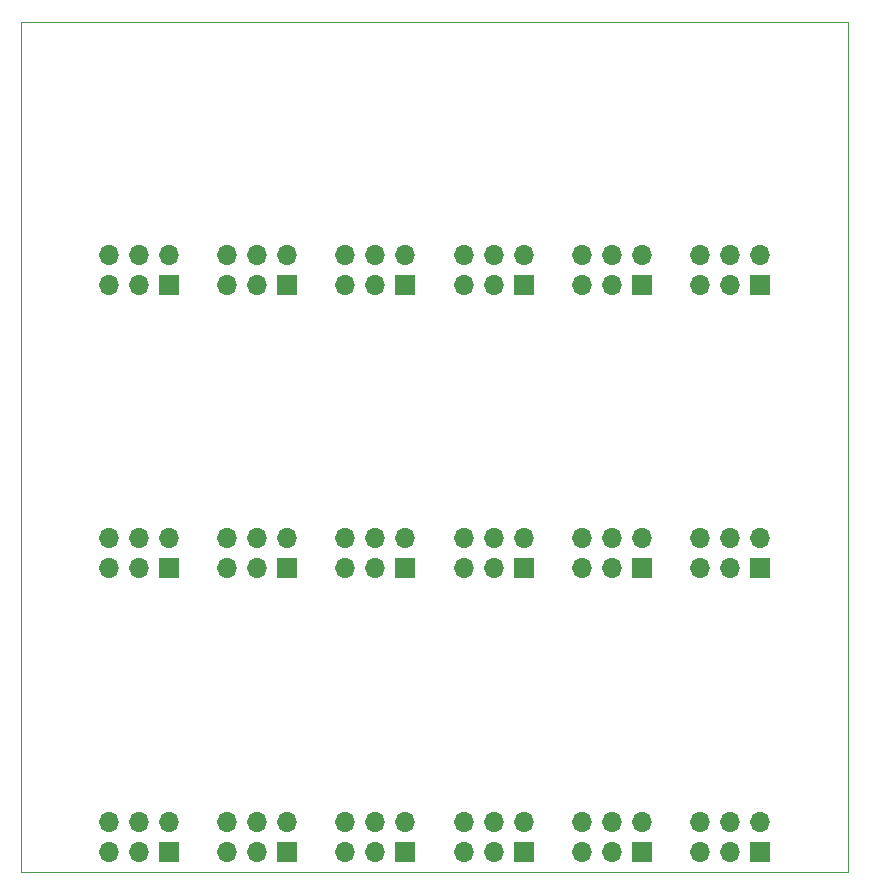
<source format=gbr>
G04 #@! TF.GenerationSoftware,KiCad,Pcbnew,5.1.10-88a1d61d58~90~ubuntu21.04.1*
G04 #@! TF.CreationDate,2021-10-01T11:59:45+02:00*
G04 #@! TF.ProjectId,IndicatorLeds,496e6469-6361-4746-9f72-4c6564732e6b,rev?*
G04 #@! TF.SameCoordinates,Original*
G04 #@! TF.FileFunction,Soldermask,Bot*
G04 #@! TF.FilePolarity,Negative*
%FSLAX46Y46*%
G04 Gerber Fmt 4.6, Leading zero omitted, Abs format (unit mm)*
G04 Created by KiCad (PCBNEW 5.1.10-88a1d61d58~90~ubuntu21.04.1) date 2021-10-01 11:59:45*
%MOMM*%
%LPD*%
G01*
G04 APERTURE LIST*
G04 #@! TA.AperFunction,Profile*
%ADD10C,0.100000*%
G04 #@! TD*
%ADD11R,1.700000X1.700000*%
%ADD12O,1.700000X1.700000*%
G04 APERTURE END LIST*
D10*
X45000000Y-49999000D02*
X110000000Y-49999000D01*
X45000000Y-122001000D02*
X45000000Y-49999000D01*
X115001000Y-122001000D02*
X45000000Y-122001000D01*
X115001000Y-49999000D02*
X115001000Y-122001000D01*
X110000000Y-49999000D02*
X115001000Y-49999000D01*
D11*
G04 #@! TO.C,J1*
X107529026Y-120261011D03*
D12*
X107529026Y-117721011D03*
X104989026Y-120261011D03*
X104989026Y-117721011D03*
X102449026Y-120261011D03*
X102449026Y-117721011D03*
G04 #@! TD*
D11*
G04 #@! TO.C,J1*
X97529021Y-120261011D03*
D12*
X97529021Y-117721011D03*
X94989021Y-120261011D03*
X94989021Y-117721011D03*
X92449021Y-120261011D03*
X92449021Y-117721011D03*
G04 #@! TD*
D11*
G04 #@! TO.C,J1*
X87529016Y-120261011D03*
D12*
X87529016Y-117721011D03*
X84989016Y-120261011D03*
X84989016Y-117721011D03*
X82449016Y-120261011D03*
X82449016Y-117721011D03*
G04 #@! TD*
D11*
G04 #@! TO.C,J1*
X77529011Y-120261011D03*
D12*
X77529011Y-117721011D03*
X74989011Y-120261011D03*
X74989011Y-117721011D03*
X72449011Y-120261011D03*
X72449011Y-117721011D03*
G04 #@! TD*
D11*
G04 #@! TO.C,J1*
X67529006Y-120261011D03*
D12*
X67529006Y-117721011D03*
X64989006Y-120261011D03*
X64989006Y-117721011D03*
X62449006Y-120261011D03*
X62449006Y-117721011D03*
G04 #@! TD*
D11*
G04 #@! TO.C,J1*
X57529001Y-120261011D03*
D12*
X57529001Y-117721011D03*
X54989001Y-120261011D03*
X54989001Y-117721011D03*
X52449001Y-120261011D03*
X52449001Y-117721011D03*
G04 #@! TD*
D11*
G04 #@! TO.C,J1*
X107529026Y-96261006D03*
D12*
X107529026Y-93721006D03*
X104989026Y-96261006D03*
X104989026Y-93721006D03*
X102449026Y-96261006D03*
X102449026Y-93721006D03*
G04 #@! TD*
D11*
G04 #@! TO.C,J1*
X97529021Y-96261006D03*
D12*
X97529021Y-93721006D03*
X94989021Y-96261006D03*
X94989021Y-93721006D03*
X92449021Y-96261006D03*
X92449021Y-93721006D03*
G04 #@! TD*
D11*
G04 #@! TO.C,J1*
X87529016Y-96261006D03*
D12*
X87529016Y-93721006D03*
X84989016Y-96261006D03*
X84989016Y-93721006D03*
X82449016Y-96261006D03*
X82449016Y-93721006D03*
G04 #@! TD*
D11*
G04 #@! TO.C,J1*
X77529011Y-96261006D03*
D12*
X77529011Y-93721006D03*
X74989011Y-96261006D03*
X74989011Y-93721006D03*
X72449011Y-96261006D03*
X72449011Y-93721006D03*
G04 #@! TD*
D11*
G04 #@! TO.C,J1*
X67529006Y-96261006D03*
D12*
X67529006Y-93721006D03*
X64989006Y-96261006D03*
X64989006Y-93721006D03*
X62449006Y-96261006D03*
X62449006Y-93721006D03*
G04 #@! TD*
D11*
G04 #@! TO.C,J1*
X57529001Y-96261006D03*
D12*
X57529001Y-93721006D03*
X54989001Y-96261006D03*
X54989001Y-93721006D03*
X52449001Y-96261006D03*
X52449001Y-93721006D03*
G04 #@! TD*
D11*
G04 #@! TO.C,J1*
X107529026Y-72261001D03*
D12*
X107529026Y-69721001D03*
X104989026Y-72261001D03*
X104989026Y-69721001D03*
X102449026Y-72261001D03*
X102449026Y-69721001D03*
G04 #@! TD*
D11*
G04 #@! TO.C,J1*
X97529021Y-72261001D03*
D12*
X97529021Y-69721001D03*
X94989021Y-72261001D03*
X94989021Y-69721001D03*
X92449021Y-72261001D03*
X92449021Y-69721001D03*
G04 #@! TD*
D11*
G04 #@! TO.C,J1*
X87529016Y-72261001D03*
D12*
X87529016Y-69721001D03*
X84989016Y-72261001D03*
X84989016Y-69721001D03*
X82449016Y-72261001D03*
X82449016Y-69721001D03*
G04 #@! TD*
D11*
G04 #@! TO.C,J1*
X77529011Y-72261001D03*
D12*
X77529011Y-69721001D03*
X74989011Y-72261001D03*
X74989011Y-69721001D03*
X72449011Y-72261001D03*
X72449011Y-69721001D03*
G04 #@! TD*
D11*
G04 #@! TO.C,J1*
X67529006Y-72261001D03*
D12*
X67529006Y-69721001D03*
X64989006Y-72261001D03*
X64989006Y-69721001D03*
X62449006Y-72261001D03*
X62449006Y-69721001D03*
G04 #@! TD*
D11*
G04 #@! TO.C,J1*
X57529001Y-72261001D03*
D12*
X57529001Y-69721001D03*
X54989001Y-72261001D03*
X54989001Y-69721001D03*
X52449001Y-72261001D03*
X52449001Y-69721001D03*
G04 #@! TD*
M02*

</source>
